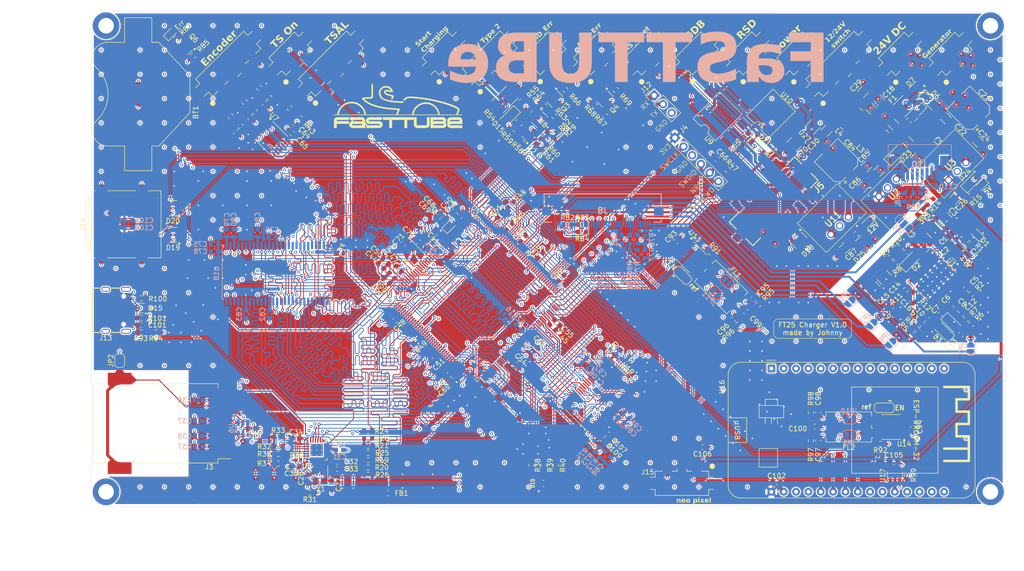
<source format=kicad_pcb>
(kicad_pcb
	(version 20241229)
	(generator "pcbnew")
	(generator_version "9.0")
	(general
		(thickness 1.6238)
		(legacy_teardrops no)
	)
	(paper "A4")
	(layers
		(0 "F.Cu" signal)
		(4 "In1.Cu" power)
		(6 "In2.Cu" power)
		(2 "B.Cu" signal)
		(9 "F.Adhes" user "F.Adhesive")
		(11 "B.Adhes" user "B.Adhesive")
		(13 "F.Paste" user)
		(15 "B.Paste" user)
		(5 "F.SilkS" user "F.Silkscreen")
		(7 "B.SilkS" user "B.Silkscreen")
		(1 "F.Mask" user)
		(3 "B.Mask" user)
		(17 "Dwgs.User" user "User.Drawings")
		(19 "Cmts.User" user "User.Comments")
		(21 "Eco1.User" user "User.Eco1")
		(23 "Eco2.User" user "User.Eco2")
		(25 "Edge.Cuts" user)
		(27 "Margin" user)
		(31 "F.CrtYd" user "F.Courtyard")
		(29 "B.CrtYd" user "B.Courtyard")
		(35 "F.Fab" user)
		(33 "B.Fab" user)
		(39 "User.1" user)
		(41 "User.2" user)
		(43 "User.3" user)
		(45 "User.4" user)
		(47 "User.5" user)
		(49 "User.6" user)
		(51 "User.7" user)
		(53 "User.8" user)
		(55 "User.9" user)
	)
	(setup
		(stackup
			(layer "F.SilkS"
				(type "Top Silk Screen")
			)
			(layer "F.Paste"
				(type "Top Solder Paste")
			)
			(layer "F.Mask"
				(type "Top Solder Mask")
				(thickness 0.01)
			)
			(layer "F.Cu"
				(type "copper")
				(thickness 0.035)
			)
			(layer "dielectric 1"
				(type "prepreg")
				(thickness 0.0994)
				(material "FR4")
				(epsilon_r 4.1)
				(loss_tangent 0.02)
			)
			(layer "In1.Cu"
				(type "copper")
				(thickness 0.035)
			)
			(layer "dielectric 2"
				(type "core")
				(thickness 1.265)
				(material "FR4")
				(epsilon_r 4.5)
				(loss_tangent 0.02)
			)
			(layer "In2.Cu"
				(type "copper")
				(thickness 0.035)
			)
			(layer "dielectric 3"
				(type "prepreg")
				(thickness 0.0994)
				(material "FR4")
				(epsilon_r 4.1)
				(loss_tangent 0.02)
			)
			(layer "B.Cu"
				(type "copper")
				(thickness 0.035)
			)
			(layer "B.Mask"
				(type "Bottom Solder Mask")
				(thickness 0.01)
			)
			(layer "B.Paste"
				(type "Bottom Solder Paste")
			)
			(layer "B.SilkS"
				(type "Bottom Silk Screen")
			)
			(copper_finish "None")
			(dielectric_constraints yes)
		)
		(pad_to_mask_clearance 0)
		(allow_soldermask_bridges_in_footprints no)
		(tenting front back)
		(pcbplotparams
			(layerselection 0x00000000_00000000_55555555_5755f5ff)
			(plot_on_all_layers_selection 0x00000000_00000000_00000000_00000000)
			(disableapertmacros no)
			(usegerberextensions no)
			(usegerberattributes yes)
			(usegerberadvancedattributes yes)
			(creategerberjobfile yes)
			(dashed_line_dash_ratio 12.000000)
			(dashed_line_gap_ratio 3.000000)
			(svgprecision 4)
			(plotframeref no)
			(mode 1)
			(useauxorigin no)
			(hpglpennumber 1)
			(hpglpenspeed 20)
			(hpglpendiameter 15.000000)
			(pdf_front_fp_property_popups yes)
			(pdf_back_fp_property_popups yes)
			(pdf_metadata yes)
			(pdf_single_document no)
			(dxfpolygonmode yes)
			(dxfimperialunits yes)
			(dxfusepcbnewfont yes)
			(psnegative no)
			(psa4output no)
			(plot_black_and_white yes)
			(plotinvisibletext no)
			(sketchpadsonfab no)
			(plotpadnumbers no)
			(hidednponfab no)
			(sketchdnponfab yes)
			(crossoutdnponfab yes)
			(subtractmaskfromsilk no)
			(outputformat 1)
			(mirror no)
			(drillshape 0)
			(scaleselection 1)
			(outputdirectory "Gerber/")
		)
	)
	(net 0 "")
	(net 1 "+3V3_FER")
	(net 2 "Earth")
	(net 3 "/Ethernet/LED_G")
	(net 4 "/Ethernet/LED_Y")
	(net 5 "GND")
	(net 6 "+3V3")
	(net 7 "+5V")
	(net 8 "/Power/3V3_Display")
	(net 9 "Net-(C5-Pad2)")
	(net 10 "Net-(U1-COMP)")
	(net 11 "Net-(U1-C1+)")
	(net 12 "Net-(U1-C1-)")
	(net 13 "Net-(U1-C2+)")
	(net 14 "Net-(U1-C2-)")
	(net 15 "Net-(U1-DRV)")
	(net 16 "Net-(U1-FB1)")
	(net 17 "Net-(U1-REF)")
	(net 18 "Net-(U1-VCOMIN)")
	(net 19 "+24V")
	(net 20 "Net-(U3-VI)")
	(net 21 "Net-(U2-VI)")
	(net 22 "/Peripherals/V_{ref2}")
	(net 23 "Net-(D1-A)")
	(net 24 "Net-(D15-K)")
	(net 25 "/IEC_Charging_Circuit/CP")
	(net 26 "/IEC_Charging_Circuit/PP")
	(net 27 "/Core/EV_Start_Charging")
	(net 28 "/Display/LCD_VGL")
	(net 29 "Net-(Q1-B)")
	(net 30 "Net-(Q2-G)")
	(net 31 "Net-(U1-FB3)")
	(net 32 "Net-(U1-FB2)")
	(net 33 "/IEC_Charging_Circuit/PWM_SENSE")
	(net 34 "/Core/Charging_Point_PWM")
	(net 35 "/Core/~{IMD_Error_LED}")
	(net 36 "/SDRAM/D9")
	(net 37 "/SDRAM/A11")
	(net 38 "/Core/~{AMS_Error_LED}")
	(net 39 "/SDRAM/D0")
	(net 40 "unconnected-(U4B-PC13-Pad8)")
	(net 41 "unconnected-(U4B-PD4-Pad146)")
	(net 42 "/Core/PCAP_RST")
	(net 43 "/Display/B5")
	(net 44 "unconnected-(U4B-PD13-Pad101)")
	(net 45 "/SDRAM/D14")
	(net 46 "/SDRAM/D2")
	(net 47 "/SDRAM/D4")
	(net 48 "/Core/OSC_in")
	(net 49 "/Core/SWCLK")
	(net 50 "unconnected-(U4B-PG3-Pad107)")
	(net 51 "/Display/R2")
	(net 52 "/SDRAM/A3")
	(net 53 "/SDRAM/D13")
	(net 54 "/Core/LCD_Reset")
	(net 55 "/Display/R0")
	(net 56 "/SDRAM/A2")
	(net 57 "/Display/R7")
	(net 58 "/Display/B4")
	(net 59 "/Core/AMS_Reset_in")
	(net 60 "/Core/AMS_Reset_out")
	(net 61 "/Core/SDC_out")
	(net 62 "/SDRAM/A0")
	(net 63 "unconnected-(U4B-PF8-Pad26)")
	(net 64 "/SDRAM/SDNE0")
	(net 65 "/Core/SWDIO")
	(net 66 "/SDRAM/A10")
	(net 67 "unconnected-(U4B-PH15-Pad130)")
	(net 68 "/Display/G0")
	(net 69 "/SDRAM/BA0")
	(net 70 "/Ethernet/RMII_TX_EN")
	(net 71 "/Core/NRST")
	(net 72 "/SDRAM/D12")
	(net 73 "/SDRAM/NBL0")
	(net 74 "/Display/B0")
	(net 75 "/Core/RMII_nRST")
	(net 76 "/Display/G2")
	(net 77 "/Display/R1")
	(net 78 "unconnected-(U4B-PI9-Pad11)")
	(net 79 "/SDRAM/SDNWE")
	(net 80 "/Ethernet/RMII_RXD1")
	(net 81 "/SDRAM/A9")
	(net 82 "/SDRAM/D11")
	(net 83 "unconnected-(U4B-PH12-Pad89)")
	(net 84 "/Display/DE")
	(net 85 "/Display/G3")
	(net 86 "/Display/CLK")
	(net 87 "/Peripherals/USART_RX")
	(net 88 "unconnected-(U4B-PD3-Pad145)")
	(net 89 "unconnected-(U4B-PI3-Pad134)")
	(net 90 "/Peripherals/USB_OTG_VBUS")
	(net 91 "/SDRAM/A4")
	(net 92 "/Display/B3")
	(net 93 "/Peripherals/SDMMC_D0")
	(net 94 "/SDRAM/D15")
	(net 95 "/SDRAM/D3")
	(net 96 "/Display/G4")
	(net 97 "/SDRAM/A7")
	(net 98 "unconnected-(U4E-PG2-Pad106)")
	(net 99 "Net-(U4F-BOOT0)")
	(net 100 "unconnected-(U4B-PD7-Pad151)")
	(net 101 "/Display/G7")
	(net 102 "/Core/LED_B")
	(net 103 "/Ethernet/RMII_MDIO")
	(net 104 "/Display/G1")
	(net 105 "/Display/R6")
	(net 106 "/SDRAM/D6")
	(net 107 "/SDRAM/A1")
	(net 108 "/SDRAM/D8")
	(net 109 "/Display/B6")
	(net 110 "/Display/R4")
	(net 111 "/Core/OSC_out")
	(net 112 "unconnected-(U4B-PF6-Pad24)")
	(net 113 "/SDRAM/A5")
	(net 114 "/Display/G6")
	(net 115 "/Peripherals/ESP_RX")
	(net 116 "unconnected-(U4B-PF9-Pad27)")
	(net 117 "/Display/G5")
	(net 118 "/Core/LED_G")
	(net 119 "/Display/R5")
	(net 120 "unconnected-(U4B-PF7-Pad25)")
	(net 121 "/Ethernet/RMII_TXD1")
	(net 122 "/SDRAM/D5")
	(net 123 "/Peripherals/SDMMC_CMD")
	(net 124 "/SDRAM/D1")
	(net 125 "Net-(U4A-VREF+)")
	(net 126 "/Display/B1")
	(net 127 "/Display/B7")
	(net 128 "unconnected-(U4B-PD11-Pad99)")
	(net 129 "/Ethernet/RMII_MDC")
	(net 130 "unconnected-(U4B-PD12-Pad100)")
	(net 131 "/Core/OSC32_in")
	(net 132 "/SDRAM/SDCLK")
	(net 133 "/Peripherals/USART_TX")
	(net 134 "unconnected-(U4B-PA10-Pad121)")
	(net 135 "/Core/LED_R")
	(net 136 "/SDRAM/SDCKE0")
	(net 137 "/Ethernet/RMII_RXD0")
	(net 138 "unconnected-(U4B-PH11-Pad88)")
	(net 139 "/Ethernet/RMII_CRS_DV")
	(net 140 "/Core/TRACESWO")
	(net 141 "/Display/HSYNC")
	(net 142 "/Ethernet/RMII_TXD0")
	(net 143 "/SDRAM/D10")
	(net 144 "/SDRAM/SDNCAS")
	(net 145 "/Display/R3")
	(net 146 "/Core/OSC32_out")
	(net 147 "/Display/VSYNC")
	(net 148 "/SDRAM/D7")
	(net 149 "unconnected-(U4B-PG9-Pad152)")
	(net 150 "/SDRAM/BA1")
	(net 151 "/SDRAM/SDNRAS")
	(net 152 "/SDRAM/A6")
	(net 153 "/SDRAM/NBL1")
	(net 154 "/Display/B2")
	(net 155 "/Ethernet/RMII_REF_CLK")
	(net 156 "/SDRAM/A8")
	(net 157 "unconnected-(U4B-PB2-Pad58)")
	(net 158 "/Ethernet/XTAL2")
	(net 159 "/Ethernet/XTAL1")
	(net 160 "/Peripherals/ESP_TX")
	(net 161 "/Peripherals/STM_CAN_TX")
	(net 162 "/Peripherals/STM_CAN_RX")
	(net 163 "/Peripherals/SDMMC_CK")
	(net 164 "/Peripherals/ESP_CAN_RX")
	(net 165 "/SDC_and_SCS/RSD_in")
	(net 166 "/SDC_and_SCS/RSD_out")
	(net 167 "/Peripherals/ESP_CAN_TX")
	(net 168 "/Display/LCD_VGH")
	(net 169 "Net-(D5-A)")
	(net 170 "Net-(D9-A)")
	(net 171 "/Core/SDC_in")
	(net 172 "Net-(Q3-G)")
	(net 173 "Net-(Q4-G)")
	(net 174 "/Core/SDC_enable")
	(net 175 "/Display/I2C_SDA")
	(net 176 "/Display/I2C_SCL")
	(net 177 "/Display/LCD_SELB")
	(net 178 "VDD")
	(net 179 "/Display/LCD_STBYB")
	(net 180 "Net-(J1-Pin_1)")
	(net 181 "/Display/LCD_U{slash}D")
	(net 182 "/Display/LCD_L{slash}R")
	(net 183 "/Display/RXIN0-")
	(net 184 "/Display/RXCLKIN+")
	(net 185 "/Display/RXIN0+")
	(net 186 "/Display/RXIN2-")
	(net 187 "/Display/RXIN1-")
	(net 188 "/Display/RXIN2+")
	(net 189 "/Display/RXIN3+")
	(net 190 "/Display/RXIN3-")
	(net 191 "/Display/RXIN1+")
	(net 192 "/Display/RXCLKIN-")
	(net 193 "Net-(J2-Pin_1)")
	(net 194 "Net-(U4F-PDR_ON)")
	(net 195 "/Peripherals/SDMMC_D1")
	(net 196 "/Peripherals/SDMMC_D2")
	(net 197 "/Peripherals/SDMMC_D3")
	(net 198 "/Core/SDC_Voltage")
	(net 199 "/Core/TSAL_Green")
	(net 200 "/Core/TS_on")
	(net 201 "/Peripherals/USB_OTG_DP")
	(net 202 "/Peripherals/USB_OTG_DN")
	(net 203 "/Peripherals/D-")
	(net 204 "/Peripherals/D+")
	(net 205 "/Core/PCAP_Int")
	(net 206 "/Display/LCD_VDD")
	(net 207 "/Core/Encoder_push")
	(net 208 "/Core/Encoder_A")
	(net 209 "/Core/Encoder_B")
	(net 210 "/Ethernet/RXN")
	(net 211 "/Ethernet/TXN")
	(net 212 "/Ethernet/RXP")
	(net 213 "/Ethernet/TXP")
	(net 214 "/Core/SDC_on")
	(net 215 "/Core/EncB_on")
	(net 216 "/Core/EncPush_on")
	(net 217 "/Core/EncA_on")
	(net 218 "Net-(D16-A)")
	(net 219 "Net-(D16-K)")
	(net 220 "Net-(D17-K)")
	(net 221 "Net-(D17-A)")
	(net 222 "/Display/LCD_AVDD")
	(net 223 "/Display/VCOM")
	(net 224 "Net-(D7-K)")
	(net 225 "unconnected-(U4B-PH9-Pad86)")
	(net 226 "unconnected-(U4B-PH6-Pad83)")
	(net 227 "unconnected-(U4B-PH7-Pad84)")
	(net 228 "Net-(D3-A)")
	(net 229 "Net-(J13-CC2)")
	(net 230 "Net-(U5-VDDCR)")
	(net 231 "Net-(C39-Pad1)")
	(net 232 "Net-(C64-Pad1)")
	(net 233 "Net-(C67-Pad1)")
	(net 234 "Net-(C72-Pad1)")
	(net 235 "Net-(C73-Pad1)")
	(net 236 "Net-(U15-VBUS)")
	(net 237 "Net-(D2-A)")
	(net 238 "Net-(D8-A)")
	(net 239 "Net-(D10-BK)")
	(net 240 "Net-(D10-GK)")
	(net 241 "Net-(D10-RK)")
	(net 242 "Net-(JP12-B)")
	(net 243 "Net-(JP11-B)")
	(net 244 "Net-(JP9-B)")
	(net 245 "Net-(JP10-B)")
	(net 246 "Net-(Q6-G)")
	(net 247 "Net-(J3-Pad11)")
	(net 248 "Net-(J3-Pad2)")
	(net 249 "unconnected-(J3-NC-Pad9)")
	(net 250 "Net-(J5-Pin_2)")
	(net 251 "Net-(J13-CC1)")
	(net 252 "unconnected-(J13-SBU2-PadB8)")
	(net 253 "unconnected-(J13-SBU1-PadA8)")
	(net 254 "Net-(Q2-D)")
	(net 255 "Net-(R29-Pad1)")
	(net 256 "Net-(J15-Pin_2)")
	(net 257 "Net-(JP4-C)")
	(net 258 "Net-(JP5-C)")
	(net 259 "Net-(R3-Pad2)")
	(net 260 "Net-(R8-Pad2)")
	(net 261 "/Peripherals/V_{ref1}")
	(net 262 "Net-(U5-RXD0{slash}MODE0)")
	(net 263 "Net-(U5-RXD1{slash}MODE1)")
	(net 264 "Net-(U5-CRS_DV{slash}MODE2)")
	(net 265 "Net-(U5-~{INT}{slash}REFCLKO)")
	(net 266 "Net-(U5-RXER{slash}PHYAD0)")
	(net 267 "Net-(U5-RBIAS)")
	(net 268 "Net-(U8--)")
	(net 269 "Net-(R65-Pad1)")
	(net 270 "Net-(R70-Pad2)")
	(net 271 "V_{In}")
	(net 272 "Net-(R75-Pad2)")
	(net 273 "Net-(U13-Rs)")
	(net 274 "Net-(U14-Rs)")
	(net 275 "Net-(U16-D21)")
	(net 276 "unconnected-(U7-Pad12)")
	(net 277 "unconnected-(U7-Pad10)")
	(net 278 "unconnected-(U9-Pad3)")
	(net 279 "unconnected-(U10-Pad3)")
	(net 280 "unconnected-(U10-Pad5)")
	(net 281 "unconnected-(U16-D26-Pad7)")
	(net 282 "unconnected-(U16-D2-Pad27)")
	(net 283 "unconnected-(U16-VIN-Pad1)")
	(net 284 "unconnected-(U16-D34-Pad12)")
	(net 285 "unconnected-(U16-D39{slash}VN-Pad13)")
	(net 286 "unconnected-(U16-D19-Pad21)")
	(net 287 "unconnected-(U16-D36{slash}VP-Pad14)")
	(net 288 "unconnected-(U16-TX0{slash}D1-Pad18)")
	(net 289 "unconnected-(U16-D14-Pad5)")
	(net 290 "unconnected-(U16-D25-Pad8)")
	(net 291 "unconnected-(U16-D15-Pad28)")
	(net 292 "unconnected-(U16-D13-Pad3)")
	(net 293 "unconnected-(U16-D23-Pad16)")
	(net 294 "unconnected-(U16-D27-Pad6)")
	(net 295 "unconnected-(U16-EN-Pad15)")
	(net 296 "unconnected-(U16-D33-Pad9)")
	(net 297 "unconnected-(U16-D22-Pad17)")
	(net 298 "unconnected-(U16-D35-Pad11)")
	(net 299 "unconnected-(U16-D18-Pad22)")
	(net 300 "unconnected-(U16-D12-Pad4)")
	(net 301 "unconnected-(U16-D32-Pad10)")
	(net 302 "unconnected-(U16-RX0{slash}D3-Pad19)")
	(net 303 "unconnected-(U17-NC-Pad1)")
	(net 304 "Net-(BT1-+)")
	(net 305 "VBAT")
	(net 306 "Net-(D22-A)")
	(net 307 "Net-(U4E-PG8)")
	(net 308 "unconnected-(U18-NC-Pad40)")
	(net 309 "unconnected-(U18-NC-Pad36)")
	(net 310 "Net-(U11-VI)")
	(net 311 "Net-(D25-K)")
	(net 312 "Net-(D26-A)")
	(net 313 "+12V")
	(net 314 "unconnected-(J8-Pin_37-Pad37)")
	(net 315 "unconnected-(J8-Pin_23-Pad23)")
	(net 316 "unconnected-(J8-Pin_26-Pad26)")
	(net 317 "Net-(J8-Pin_35)")
	(net 318 "unconnected-(J8-Pin_27-Pad27)")
	(net 319 "unconnected-(J8-Pin_24-Pad24)")
	(net 320 "Net-(J8-Pin_38)")
	(net 321 "unconnected-(J8-Pin_4-Pad4)")
	(net 322 "Net-(J8-Pin_29)")
	(net 323 "Net-(J8-Pin_1)")
	(net 324 "unconnected-(J8-Pin_36-Pad36)")
	(net 325 "Net-(U19-CLKSEL)")
	(net 326 "Net-(U19-~{SHTDN})")
	(net 327 "Net-(R76-Pad2)")
	(net 328 "/Core/CAN+")
	(net 329 "/Core/CAN-")
	(net 330 "Net-(R43-Pad2)")
	(footprint "Capacitor_SMD:C_1206_3216Metric" (layer "F.Cu") (at 218.05 68.997055 -45))
	(footprint "Capacitor_SMD:C_0603_1608Metric" (layer "F.Cu") (at 217.599138 91.659104 45))
	(footprint "Package_SO:SOIC-8_3.9x4.9mm_P1.27mm" (layer "F.Cu") (at 214.55 127.660001 180))
	(footprint "Resistor_SMD:R_0603_1608Metric" (layer "F.Cu") (at 106.95 137.5))
	(footprint "Capacitor_SMD:C_0603_1608Metric" (layer "F.Cu") (at 158.3 112.25 45))
	(footprint "Capacitor_SMD:C_1206_3216Metric" (layer "F.Cu") (at 232.45 68.897055 -45))
	(footprint "Capacitor_SMD:C_0603_1608Metric" (layer "F.Cu") (at 91.3 67.197055 135))
	(footprint "Capacitor_SMD:C_0603_1608Metric" (layer "F.Cu") (at 218.670709 101.512049 -45))
	(footprint "Charger:ESP32-WROOM-32-DevKit-30Pin" (layer "F.Cu") (at 189.92 115.6 -90))
	(footprint "LED_SMD:LED_0603_1608Metric" (layer "F.Cu") (at 66.35 46.55 45))
	(footprint "Inductor_SMD:L_Wuerth_WE-PD2-Typ-MS" (layer "F.Cu") (at 211.8 68.697055 -45))
	(footprint "Package_TO_SOT_SMD:SOT-23-3" (layer "F.Cu") (at 155.728751 60.125806 -45))
	(footprint "Resistor_SMD:R_0603_1608Metric" (layer "F.Cu") (at 88.425 131.675 180))
	(footprint "Package_DIP:SMDIP-6_W9.53mm" (layer "F.Cu") (at 178.828751 63.675806 135))
	(footprint "FaSTTUBe_connectors:Micro_Mate-N-Lok_2p_vertical" (layer "F.Cu") (at 226.8 50.8 -135))
	(footprint "Resistor_SMD:R_0603_1608Metric" (layer "F.Cu") (at 187.260986 102.407037 45))
	(footprint "Resistor_SMD:R_0603_1608Metric" (layer "F.Cu") (at 60.2725 101.16 180))
	(footprint "Diode_SMD:D_SOD-123" (layer "F.Cu") (at 222.6 60.547055 -45))
	(footprint "Package_SO:TSSOP-56_6.1x14mm_P0.5mm" (layer "F.Cu") (at 154.773231 121.177037 -45))
	(footprint "Inductor_SMD:L_0603_1608Metric" (layer "F.Cu") (at 111 141.3 180))
	(footprint "Resistor_SMD:R_0603_1608Metric" (layer "F.Cu") (at 60.2475 108.16))
	(footprint "Inductor_SMD:L_Wuerth_WE-PD2-Typ-MS" (layer "F.Cu") (at 221.75 66.297055 45))
	(footprint "LED_SMD:LED_0603_1608Metric" (layer "F.Cu") (at 220.356847 62.390208 -135))
	(footprint "Capacitor_SMD:CP_Elec_6.3x7.7" (layer "F.Cu") (at 230.75 62.247055 135))
	(footprint "Capacitor_SMD:C_0603_1608Metric" (layer "F.Cu") (at 199.55 124.685001 90))
	(footprint "LED_SMD:LED_0603_1608Metric"
		(layer "F.Cu")
		(uuid "1f34baa5-2d47-413a-acd2-7464f5d472f5")
		(at 232.120709 87.912049 135)
		(descr "LED SMD 0603 (1608 Metric), square (rectangular) end terminal, IPC_7351 nominal, (Body size source: http://www.tortai-tech.com/upload/download/2011102023233369053.pdf), generated with kicad-footprint-generator")
		(tags "LED")
		(property "Reference" "D1"
			(at -2.439518 0.035355 135)
			(layer "F.SilkS")
			(uuid "89b09451-c746-4b6c-af57-954da90da0bd")
			(effects
				(font
					(size 1 1)
					(thickness 0.15)
				)
			)
		)
		(property "Value" "LED"
			(at 0 1.43 135)
			(layer "F.Fab")
			(uuid "36dbd8d7-c542-4e2f-a50d-e2c354c80ccd")
			(effects
				(font
					(size 1 1)
					(thickness 0.15)
				)
			)
		)
		(property "Datasheet" ""
			(at 0 0 135)
			(unlocked yes)
			(layer "F.Fab")
			(hide yes)
			(uuid "0eaaacc7-8ef7-43c3-8116-775b34855269")
			(effects
				(font
					(size 1.27 1.27)
					(thickness 0.15)
				)
			)
		)
		(property "Description" ""
			(at 0 0 135)
			(unlocked yes)
			(layer "F.Fab")
			(hide yes)
			(uuid "41583d99-75b9-47ec-ab06-3440d63eda37")
			(effects
				(font
					(size 1.27 1.27)
					(thickness 0.15)
				)
			)
		)
		(property ki_fp_filters "LED* LED_SMD:* LED_THT:*")
		(path "/91c9895f-7dce-429f-866f-2980d966c967/f4877ad5-fef9-44e7-b1f1-a2ec8ac204bf")
		(sheetname "/Power/")
		(sheetfile "Power.kicad_sch")
		(attr smd)
		(fp_line
			(start 0.8 -0.735)
			(end -1.485 -0.735)
			(stroke
				(width 0.12)
				(type solid)
			)
			(layer "F.SilkS")
			(uuid "9acb9f3c-221c-4c1c-aa92-68df2cc6c783")
		)
		(fp_line
			(start -1.485 -0.735)
			(end -1.485 0.735)
			(stroke
				(width 0.12)
				(type solid)
			)
			(layer "F.SilkS")
			(uuid "fc27798f-bfe9-44b8-8458-a21c50e8c785")
		)
		(fp_line
			(start -1.485 0.735)
			(end 0.8 0.735)
			(stroke
				(width 0.12)
				(type solid)
			)
			(layer "F.SilkS")
			(uuid "a4c512c7-ab45-4ce5-87d9-f6ed13720958")
		)
		(fp_line
			(start 1.48 -0.73)
			(end 1.48 0.73)
			(stroke
				(width 0.05)
				(type solid)
			)
			(layer "F.CrtYd")
			(uuid "425bb85f-1488-4c44-a540-390a3e41c9bd")
		)
		(fp_line
			(start 1.48 0.73)
			(end -1.48 0.73)
			(stroke
				(width 0.05)
				(type solid)
			)
			(layer "F.CrtYd")
			(uuid "f4cb1cf5-fc55-4c1a-954d-f3c599ef0e5a")
		)
		(fp_line
			(start -1.48 -0.73)
			(end 1.48 -0.73)
			(stroke
				(width 0.05)
				(type solid)
			)
			(layer "F.CrtYd")
			(uuid "7a5a1f17-b441-4dfa-9a17-b1f4568b7f67")
		)
		(fp_line
			(start -1.48 0.73)
			(end -1.48 -0.73)
			(stroke
				(width 0.05)
				(type solid)
			)
			(layer "F.CrtYd")
			(uuid "77860eb3-ded6-4efe-9576-1a03c290c190")
		)
		(fp_line
			(start 0.8 -0.4)
			(end -0.5 -0.4)
			(stroke
				(width 0.1)
				(type solid)
			)
			(layer "F.Fab")
			(uuid "ac469250-b267-4244-ba44-2adac400479a")
		)
		(fp_line
			(start 0.8 0.4)
			(end 0.8 -0.4)
			(stroke
				(width 0.1)
				(type solid)
			)
			(layer "F.Fab")
			(uuid "012faa27-9803-455a-9472-4321983d8e06")
		)
		(fp_line
			(start -0.5 -0.4)
			(end -0.8
... [9877569 chars truncated]
</source>
